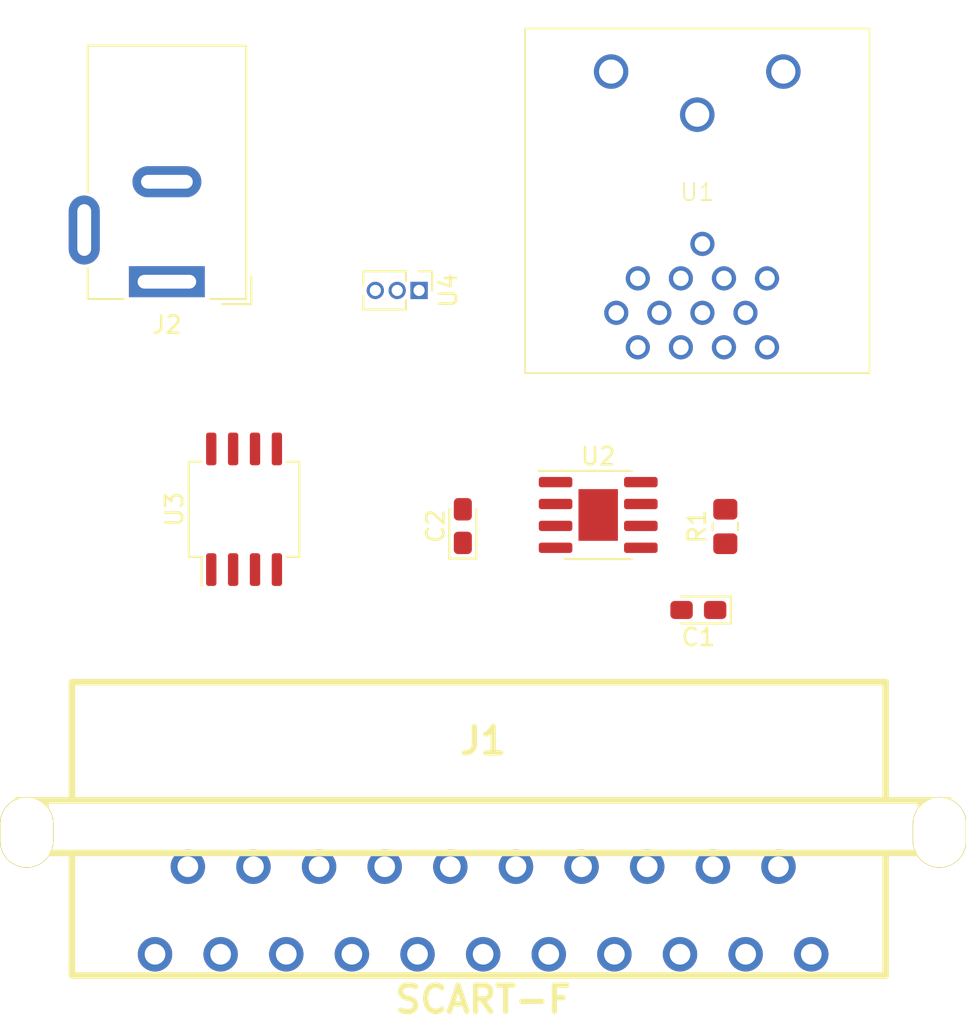
<source format=kicad_pcb>
(kicad_pcb (version 20221018) (generator pcbnew)
  (layers (0 "F.Cu" signal) (31 "B.Cu" signal) (34 "B.Paste" user) (35 "F.Paste" user) (36 "B.SilkS" user "B.Silkscreen") (37 "F.SilkS" user "F.Silkscreen") (38 "B.Mask" user) (39 "F.Mask" user) (44 "Edge.Cuts" user))
  (net 0 "")
  (net 1 "GND")
  (net 2 "Net-(U2-INT)")
  (net 3 "CVBS")
  (net 4 "Net-(U2-VIDEO)")
  (net 6 "AUDIO_L")
  (net 8 "AUDIO_GND")
  (net 9 "GND_B")
  (net 11 "VIDEO_B")
  (net 13 "GND_G")
  (net 15 "VIDEO_G")
  (net 17 "GND_R")
  (net 19 "VIDEO_R")
  (net 21 "CVBS_GND")
  (net 25 "+9V")
  (net 30 "HSYNC")
  (net 32 "VSYNC")
  (net 33 "Net-(U2-CSYNC)")
  (net 35 "+5V")
  (net 36 "Net-(U3-Pad3)")
  (net 37 "Net-(U3-Pad10)")
  (footprint "Package_SO:SO-8_5.3x6.2mm_P1.27mm" (layer "F.Cu") (at 134.62 93.98 90)
    (fp_text reference "U3" (at 0 -4.05 90) (layer "F.SilkS"))
    (fp_text value "74LS00")
    (fp_line (start -2.76 -3.21) (end -2.76 -2.465) (stroke (width 0.12)) (layer "F.SilkS"))
    (fp_line (start -2.76 -2.465) (end -4.45 -2.465) (stroke (width 0.12)) (layer "F.SilkS"))
    (fp_line (start -2.76 3.21) (end -2.76 2.465) (stroke (width 0.12)) (layer "F.SilkS"))
    (fp_line (start 0 -3.21) (end -2.76 -3.21) (stroke (width 0.12)) (layer "F.SilkS"))
    (fp_line (start 0 -3.21) (end 2.76 -3.21) (stroke (width 0.12)) (layer "F.SilkS"))
    (fp_line (start 0 3.21) (end -2.76 3.21) (stroke (width 0.12)) (layer "F.SilkS"))
    (fp_line (start 0 3.21) (end 2.76 3.21) (stroke (width 0.12)) (layer "F.SilkS"))
    (fp_line (start 2.76 -3.21) (end 2.76 -2.465) (stroke (width 0.12)) (layer "F.SilkS"))
    (fp_line (start 2.76 3.21) (end 2.76 2.465) (stroke (width 0.12)) (layer "F.SilkS"))
    (pad "1" smd roundrect (at -3.5 -1.905 90) (size 1.9 0.6) (layers "F.Cu" "F.Paste" "F.Mask") (net 33 "Net-(U2-CSYNC)"))
    (pad "2" smd roundrect (at -3.5 -0.635 90) (size 1.9 0.6) (layers "F.Cu" "F.Paste" "F.Mask") (net 32 "VSYNC"))
    (pad "3" smd roundrect (at -3.5 0.635 90) (size 1.9 0.6) (layers "F.Cu" "F.Paste" "F.Mask") (net 36 "Net-(U3-Pad3)"))
    (pad "4" smd roundrect (at -3.5 1.905 90) (size 1.9 0.6) (layers "F.Cu" "F.Paste" "F.Mask") (net 33 "Net-(U2-CSYNC)"))
    (pad "5" smd roundrect (at 3.5 1.905 90) (size 1.9 0.6) (layers "F.Cu" "F.Paste" "F.Mask") (net 36 "Net-(U3-Pad3)"))
    (pad "6" smd roundrect (at 3.5 0.635 90) (size 1.9 0.6) (layers "F.Cu" "F.Paste" "F.Mask") (net 37 "Net-(U3-Pad10)"))
    (pad "7" smd roundrect (at 3.5 -0.635 90) (size 1.9 0.6) (layers "F.Cu" "F.Paste" "F.Mask") (net 1 "GND"))
    (pad "8" smd roundrect (at 3.5 -1.905 90) (size 1.9 0.6) (layers "F.Cu" "F.Paste" "F.Mask") (net 30 "HSYNC"))
  )
  (footprint "Capacitor_Tantalum_SMD:CP_EIA-2012-15_AVX-P_Pad1.30x1.05mm_HandSolder" (layer "F.Cu") (at 147.32 94.955 90)
    (fp_text reference "C2" (at 0 -1.58 90) (layer "F.SilkS"))
    (fp_text value "0.1µ")
    (fp_line (start -1.885 -0.785) (end -1.885 0.785) (stroke (width 0.12)) (layer "F.SilkS"))
    (fp_line (start -1.885 0.785) (end 1 0.785) (stroke (width 0.12)) (layer "F.SilkS"))
    (fp_line (start 1 -0.785) (end -1.885 -0.785) (stroke (width 0.12)) (layer "F.SilkS"))
    (pad "1" smd roundrect (at -0.975 0 90) (size 1.3 1.05) (layers "F.Cu" "F.Paste" "F.Mask") (roundrect_rratio 0.238095) (net 3 "CVBS"))
    (pad "2" smd roundrect (at 0.975 0 90) (size 1.3 1.05) (layers "F.Cu" "F.Paste" "F.Mask") (roundrect_rratio 0.238095) (net 4 "Net-(U2-VIDEO)"))
  )
  (footprint "Connector_PinHeader_1.27mm:PinHeader_1x03_P1.27mm_Vertical" (layer "F.Cu") (at 144.78 81.28 -90)
    (fp_text reference "U4" (at 0 -1.695 90) (layer "F.SilkS"))
    (fp_text value "L7805")
    (fp_line (start -1.11 -0.76) (end 0 -0.76) (stroke (width 0.12)) (layer "F.SilkS"))
    (fp_line (start -1.11 0) (end -1.11 -0.76) (stroke (width 0.12)) (layer "F.SilkS"))
    (fp_line (start -1.11 0.76) (end -1.11 3.235) (stroke (width 0.12)) (layer "F.SilkS"))
    (fp_line (start -1.11 0.76) (end -0.563471 0.76) (stroke (width 0.12)) (layer "F.SilkS"))
    (fp_line (start -1.11 3.235) (end -0.30753 3.235) (stroke (width 0.12)) (layer "F.SilkS"))
    (fp_line (start 0.30753 3.235) (end 1.11 3.235) (stroke (width 0.12)) (layer "F.SilkS"))
    (fp_line (start 0.563471 0.76) (end 1.11 0.76) (stroke (width 0.12)) (layer "F.SilkS"))
    (fp_line (start 1.11 0.76) (end 1.11 3.235) (stroke (width 0.12)) (layer "F.SilkS"))
    (pad "1" thru_hole rect (at 0 0 270) (size 1 1) (drill 0.65) (layers "*.Cu" "*.Mask") (net 25 "+9V"))
    (pad "2" thru_hole oval (at 0 1.27 270) (size 1 1) (drill 0.65) (layers "*.Cu" "*.Mask") (net 1 "GND"))
    (pad "3" thru_hole oval (at 0 2.54 270) (size 1 1) (drill 0.65) (layers "*.Cu" "*.Mask") (net 35 "+5V"))
  )
  (footprint "Capacitor_Tantalum_SMD:CP_EIA-2012-15_AVX-P_Pad1.30x1.05mm_HandSolder" (layer "F.Cu") (at 160.995 99.82434 180)
    (fp_text reference "C1" (at 0 -1.58) (layer "F.SilkS"))
    (fp_text value "0.1µ")
    (fp_line (start -1.885 -0.785) (end -1.885 0.785) (stroke (width 0.12)) (layer "F.SilkS"))
    (fp_line (start -1.885 0.785) (end 1 0.785) (stroke (width 0.12)) (layer "F.SilkS"))
    (fp_line (start 1 -0.785) (end -1.885 -0.785) (stroke (width 0.12)) (layer "F.SilkS"))
    (pad "1" smd roundrect (at -0.975 0 180) (size 1.3 1.05) (layers "F.Cu" "F.Paste" "F.Mask") (roundrect_rratio 0.238095) (net 1 "GND"))
    (pad "2" smd roundrect (at 0.975 0 180) (size 1.3 1.05) (layers "F.Cu" "F.Paste" "F.Mask") (roundrect_rratio 0.238095) (net 2 "Net-(U2-INT)"))
  )
  (footprint "Resistor_SMD:R_0805_2012Metric_Pad1.20x1.40mm_HandSolder" (layer "F.Cu") (at 162.56 94.98 90)
    (fp_text reference "R1" (at 0 -1.65 90) (layer "F.SilkS"))
    (fp_text value "R")
    (fp_line (start -0.227064 -0.735) (end 0.227064 -0.735) (stroke (width 0.12)) (layer "F.SilkS"))
    (fp_line (start -0.227064 0.735) (end 0.227064 0.735) (stroke (width 0.12)) (layer "F.SilkS"))
    (pad "1" smd roundrect (at -1 0 90) (size 1.2 1.4) (layers "F.Cu" "F.Paste" "F.Mask") (roundrect_rratio 0.208333) (net 1 "GND"))
    (pad "2" smd roundrect (at 1 0 90) (size 1.2 1.4) (layers "F.Cu" "F.Paste" "F.Mask") (roundrect_rratio 0.208333) (net 2 "Net-(U2-INT)"))
  )
  (footprint "Connector_BarrelJack:BarrelJack_Wuerth_6941xx301002" (layer "F.Cu") (at 130.14 80.77434 180)
    (fp_text reference "J2" (at 0 -2.5) (layer "F.SilkS"))
    (fp_text value "Barrel_Jack")
    (fp_line (start -4.9 -1.3) (end -4.9 0.3) (stroke (width 0.12)) (layer "F.SilkS"))
    (fp_line (start -4.6 -1) (end -2.5 -1) (stroke (width 0.12)) (layer "F.SilkS"))
    (fp_line (start -4.6 13.7) (end -4.6 -1) (stroke (width 0.12)) (layer "F.SilkS"))
    (fp_line (start -3.2 -1.3) (end -4.9 -1.3) (stroke (width 0.12)) (layer "F.SilkS"))
    (fp_line (start 2.5 -1) (end 4.6 -1) (stroke (width 0.12)) (layer "F.SilkS"))
    (fp_line (start 4.6 -1) (end 4.6 0.8) (stroke (width 0.12)) (layer "F.SilkS"))
    (fp_line (start 4.6 5.2) (end 4.6 13.7) (stroke (width 0.12)) (layer "F.SilkS"))
    (fp_line (start 4.6 13.7) (end -4.6 13.7) (stroke (width 0.12)) (layer "F.SilkS"))
    (pad "1" thru_hole rect (at 0 0 180) (size 4.4 1.8) (drill oval 3.4 0.8) (layers "*.Cu" "*.Mask") (net 25 "+9V"))
    (pad "2" thru_hole oval (at 0 5.8 180) (size 4 1.8) (drill oval 3 0.8) (layers "*.Cu" "*.Mask") (net 1 "GND"))
    (pad "3" thru_hole oval (at 4.8 3 270) (size 4 1.8) (drill oval 3 0.8) (layers "*.Cu" "*.Mask"))
  )
  (footprint "sc1224-scart:SCART" (layer "F.Cu") (at 148.49982 112.52434 180)
    (fp_text reference "J1" (at 0 5.10032) (layer "F.SilkS") (effects (font (size 1.524 1.524) (thickness 0.3048))))
    (fp_text value "SCART-F" (at 0 -9.906) (layer "F.SilkS") (effects (font (size 1.524 1.524) (thickness 0.3048))))
    (fp_line (start -27.051 -1.397) (end -27.051 1.651) (stroke (width 0.381)) (layer "F.SilkS"))
    (fp_line (start -27.051 -1.397) (end 27.051 -1.397) (stroke (width 0.381)) (layer "F.SilkS"))
    (fp_line (start -25.4 -1.397) (end -25.4 1.651) (stroke (width 0.381)) (layer "F.SilkS"))
    (fp_line (start -23.368 -8.509) (end 23.876 -8.509) (stroke (width 0.381)) (layer "F.SilkS"))
    (fp_line (start -23.368 -1.397) (end -23.368 -8.509) (stroke (width 0.381)) (layer "F.SilkS"))
    (fp_line (start -23.368 8.509) (end -23.368 1.651) (stroke (width 0.381)) (layer "F.SilkS"))
    (fp_line (start -23.368 8.509) (end 23.876 8.509) (stroke (width 0.381)) (layer "F.SilkS"))
    (fp_line (start 23.876 -8.509) (end 23.876 -1.397) (stroke (width 0.381)) (layer "F.SilkS"))
    (fp_line (start 23.876 8.509) (end 23.876 1.651) (stroke (width 0.381)) (layer "F.SilkS"))
    (fp_line (start 25.4 -1.397) (end 25.4 1.651) (stroke (width 0.381)) (layer "F.SilkS"))
    (fp_line (start 27.051 -1.397) (end 27.051 1.651) (stroke (width 0.381)) (layer "F.SilkS"))
    (fp_line (start 27.051 1.651) (end -27.051 1.651) (stroke (width 0.381)) (layer "F.SilkS"))
    (pad "" np_thru_hole oval (at -26.49982 -0.20066 180) (size 3.1 4.1) (drill oval 3 4) (layers "*.Cu" "*.Mask" "F.SilkS"))
    (pad "" np_thru_hole oval (at 26.49982 -0.20066 180) (size 3.1 4.1) (drill oval 3 4) (layers "*.Cu" "*.Mask" "F.SilkS"))
    (pad "1" thru_hole circle (at 19.05 -7.27964 180) (size 1.99898 1.99898) (drill 1.19888) (layers "*.Cu" "*.Mask"))
    (pad "2" thru_hole circle (at 17.145 -2.19964 180) (size 1.99898 1.99898) (drill 1.19888) (layers "*.Cu" "*.Mask") (net 6 "AUDIO_L"))
    (pad "3" thru_hole circle (at 15.24 -7.27964 180) (size 1.99898 1.99898) (drill 1.19888) (layers "*.Cu" "*.Mask"))
    (pad "4" thru_hole circle (at 13.335 -2.19964 180) (size 1.99898 1.99898) (drill 1.19888) (layers "*.Cu" "*.Mask") (net 8 "AUDIO_GND"))
    (pad "5" thru_hole circle (at 11.43 -7.27964 180) (size 1.99898 1.99898) (drill 1.19888) (layers "*.Cu" "*.Mask") (net 9 "GND_B"))
    (pad "6" thru_hole circle (at 9.525 -2.19964 180) (size 1.99898 1.99898) (drill 1.19888) (layers "*.Cu" "*.Mask"))
    (pad "7" thru_hole circle (at 7.62 -7.27964 180) (size 1.99898 1.99898) (drill 1.19888) (layers "*.Cu" "*.Mask") (net 11 "VIDEO_B"))
    (pad "8" thru_hole circle (at 5.715 -2.19964 180) (size 1.99898 1.99898) (drill 1.19888) (layers "*.Cu" "*.Mask"))
    (pad "9" thru_hole circle (at 3.81 -7.27964 180) (size 1.99898 1.99898) (drill 1.19888) (layers "*.Cu" "*.Mask") (net 13 "GND_G"))
    (pad "10" thru_hole circle (at 1.905 -2.19964 180) (size 1.99898 1.99898) (drill 1.19888) (layers "*.Cu" "*.Mask"))
    (pad "11" thru_hole circle (at 0 -7.27964 180) (size 1.99898 1.99898) (drill 1.19888) (layers "*.Cu" "*.Mask") (net 15 "VIDEO_G"))
    (pad "12" thru_hole circle (at -1.905 -2.19964 180) (size 1.99898 1.99898) (drill 1.19888) (layers "*.Cu" "*.Mask"))
    (pad "13" thru_hole circle (at -3.81 -7.27964 180) (size 1.99898 1.99898) (drill 1.19888) (layers "*.Cu" "*.Mask") (net 17 "GND_R"))
    (pad "14" thru_hole circle (at -5.715 -2.19964 180) (size 1.99898 1.99898) (drill 1.19888) (layers "*.Cu" "*.Mask"))
    (pad "15" thru_hole circle (at -7.62 -7.27964 180) (size 1.99898 1.99898) (drill 1.19888) (layers "*.Cu" "*.Mask") (net 19 "VIDEO_R"))
    (pad "16" thru_hole circle (at -9.525 -2.19964 180) (size 1.99898 1.99898) (drill 1.19888) (layers "*.Cu" "*.Mask"))
    (pad "17" thru_hole circle (at -11.43 -7.27964 180) (size 1.99898 1.99898) (drill 1.19888) (layers "*.Cu" "*.Mask") (net 21 "CVBS_GND"))
    (pad "18" thru_hole circle (at -13.335 -2.19964 180) (size 1.99898 1.99898) (drill 1.19888) (layers "*.Cu" "*.Mask"))
    (pad "19" thru_hole circle (at -15.24 -7.27964 180) (size 1.99898 1.99898) (drill 1.19888) (layers "*.Cu" "*.Mask"))
    (pad "20" thru_hole circle (at -17.145 -2.19964 180) (size 1.99898 1.99898) (drill 1.19888) (layers "*.Cu" "*.Mask") (net 3 "CVBS"))
    (pad "21" thru_hole circle (at -19.05 -7.27964 180) (size 1.99898 1.99898) (drill 1.19888) (layers "*.Cu" "*.Mask"))
  )
  (footprint "Package_SO:SOIC-8-1EP_3.9x4.9mm_P1.27mm_EP2.29x3mm" (layer "F.Cu") (at 155.18 94.31)
    (fp_text reference "U2" (at 0 -3.4) (layer "F.SilkS"))
    (fp_text value "LM1881")
    (fp_line (start 0 -2.56) (end -3.45 -2.56) (stroke (width 0.12)) (layer "F.SilkS"))
    (fp_line (start 0 -2.56) (end 1.95 -2.56) (stroke (width 0.12)) (layer "F.SilkS"))
    (fp_line (start 0 2.56) (end -1.95 2.56) (stroke (width 0.12)) (layer "F.SilkS"))
    (fp_line (start 0 2.56) (end 1.95 2.56) (stroke (width 0.12)) (layer "F.SilkS"))
    (pad "1" smd roundrect (at -2.475 -1.905) (size 1.95 0.6) (layers "F.Cu" "F.Paste" "F.Mask") (net 33 "Net-(U2-CSYNC)"))
    (pad "2" smd roundrect (at -2.475 -0.635) (size 1.95 0.6) (layers "F.Cu" "F.Paste" "F.Mask") (net 4 "Net-(U2-VIDEO)"))
    (pad "3" smd roundrect (at -2.475 0.635) (size 1.95 0.6) (layers "F.Cu" "F.Paste" "F.Mask") (net 32 "VSYNC"))
    (pad "4" smd roundrect (at -2.475 1.905) (size 1.95 0.6) (layers "F.Cu" "F.Paste" "F.Mask") (net 1 "GND"))
    (pad "5" smd roundrect (at 2.475 1.905) (size 1.95 0.6) (layers "F.Cu" "F.Paste" "F.Mask"))
    (pad "6" smd roundrect (at 2.475 0.635) (size 1.95 0.6) (layers "F.Cu" "F.Paste" "F.Mask") (net 2 "Net-(U2-INT)"))
    (pad "7" smd roundrect (at 2.475 -0.635) (size 1.95 0.6) (layers "F.Cu" "F.Paste" "F.Mask"))
    (pad "8" smd roundrect (at 2.475 -1.905) (size 1.95 0.6) (layers "F.Cu" "F.Paste" "F.Mask") (net 35 "+5V"))
    (pad "9" smd rect (at 0 0) (size 2.29 3) (layers "F.Cu" "F.Mask"))
  )
  (footprint "sc1224-scart:DIN-13" (layer "F.Cu") (at 160.93 66.08)
    (fp_text reference "U1" (at 0 9.5 unlocked) (layer "F.SilkS") (effects (font (thickness 0.1))))
    (fp_text value "DIN-13")
    (fp_line (start -10 0) (end 10 0) (stroke (width 0.1)) (layer "F.SilkS"))
    (fp_line (start -10 20) (end -10 0) (stroke (width 0.1)) (layer "F.SilkS"))
    (fp_line (start 10 0) (end 10 20) (stroke (width 0.1)) (layer "F.SilkS"))
    (fp_line (start 10 20) (end -10 20) (stroke (width 0.1)) (layer "F.SilkS"))
    (pad "" thru_hole circle (at -5 2.5) (size 2 2) (drill 1.4) (layers "*.Cu" "*.Mask"))
    (pad "" thru_hole circle (at 0 5) (size 2 2) (drill 1.4) (layers "*.Cu" "*.Mask"))
    (pad "" thru_hole circle (at 5 2.5) (size 2 2) (drill 1.4) (layers "*.Cu" "*.Mask"))
    (pad "1" thru_hole circle (at -3.45 18.5) (size 1.4 1.4) (drill 0.9) (layers "*.Cu" "*.Mask") (net 6 "AUDIO_L"))
    (pad "2" thru_hole circle (at -0.95 18.5) (size 1.4 1.4) (drill 0.9) (layers "*.Cu" "*.Mask"))
    (pad "3" thru_hole circle (at 1.55 18.5) (size 1.4 1.4) (drill 0.9) (layers "*.Cu" "*.Mask"))
    (pad "4" thru_hole circle (at 4.05 18.5) (size 1.4 1.4) (drill 0.9) (layers "*.Cu" "*.Mask"))
    (pad "5" thru_hole circle (at -4.7 16.5) (size 1.4 1.4) (drill 0.9) (layers "*.Cu" "*.Mask"))
    (pad "6" thru_hole circle (at -2.2 16.5) (size 1.4 1.4) (drill 0.9) (layers "*.Cu" "*.Mask") (net 15 "VIDEO_G"))
    (pad "7" thru_hole circle (at 0.3 16.5) (size 1.4 1.4) (drill 0.9) (layers "*.Cu" "*.Mask") (net 19 "VIDEO_R"))
    (pad "8" thru_hole circle (at 2.8 16.5) (size 1.4 1.4) (drill 0.9) (layers "*.Cu" "*.Mask") (net 8 "AUDIO_GND"))
    (pad "9" thru_hole circle (at -3.45 14.5) (size 1.4 1.4) (drill 0.9) (layers "*.Cu" "*.Mask") (net 30 "HSYNC"))
    (pad "10" thru_hole circle (at -0.95 14.5) (size 1.4 1.4) (drill 0.9) (layers "*.Cu" "*.Mask") (net 11 "VIDEO_B"))
    (pad "11" thru_hole circle (at 1.55 14.5) (size 1.4 1.4) (drill 0.9) (layers "*.Cu" "*.Mask"))
    (pad "12" thru_hole circle (at 4.05 14.5) (size 1.4 1.4) (drill 0.9) (layers "*.Cu" "*.Mask") (net 32 "VSYNC"))
    (pad "13" thru_hole circle (at 0.3 12.5) (size 1.4 1.4) (drill 0.9) (layers "*.Cu" "*.Mask") (net 1 "GND"))
  )
)
</source>
